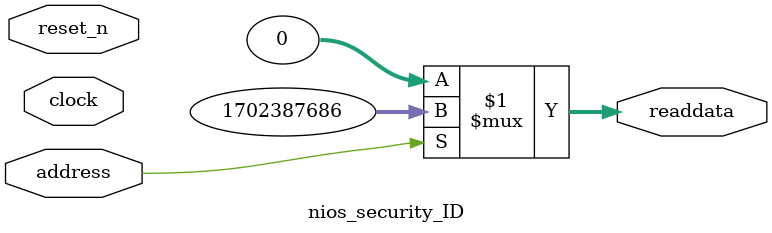
<source format=v>



// synthesis translate_off
`timescale 1ns / 1ps
// synthesis translate_on

// turn off superfluous verilog processor warnings 
// altera message_level Level1 
// altera message_off 10034 10035 10036 10037 10230 10240 10030 

module nios_security_ID (
               // inputs:
                address,
                clock,
                reset_n,

               // outputs:
                readdata
             )
;

  output  [ 31: 0] readdata;
  input            address;
  input            clock;
  input            reset_n;

  wire    [ 31: 0] readdata;
  //control_slave, which is an e_avalon_slave
  assign readdata = address ? 1702387686 : 0;

endmodule



</source>
